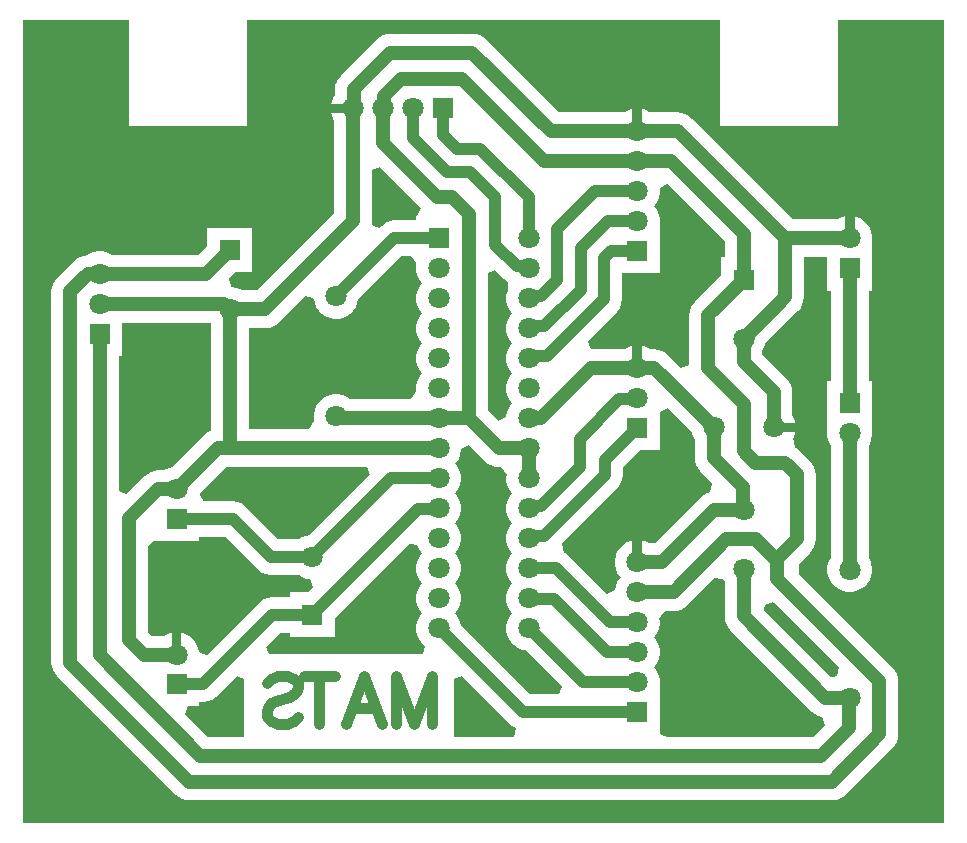
<source format=gbr>
G04*
G04 #@! TF.GenerationSoftware,Altium Limited,Altium Designer,22.5.1 (42)*
G04*
G04 Layer_Physical_Order=2*
G04 Layer_Color=16711680*
%FSLAX25Y25*%
%MOIN*%
G70*
G04*
G04 #@! TF.SameCoordinates,91A7FE34-10BD-4EC3-A0F0-FFE04F3D5F1F*
G04*
G04*
G04 #@! TF.FilePolarity,Positive*
G04*
G01*
G75*
%ADD14C,0.07087*%
%ADD15R,0.07087X0.07087*%
%ADD19R,0.07087X0.07087*%
%ADD20C,0.04724*%
%ADD21C,0.03937*%
%ADD22C,0.03543*%
G36*
X311024Y3937D02*
X3937D01*
Y271654D01*
X39370D01*
Y236221D01*
X78740D01*
Y271654D01*
X236221D01*
Y236221D01*
X275590D01*
Y271654D01*
X311024D01*
Y3937D01*
D02*
G37*
%LPC*%
G36*
X153756Y266920D02*
X126351D01*
X125124Y266799D01*
X123944Y266441D01*
X122856Y265860D01*
X121903Y265078D01*
X109794Y252968D01*
X109012Y252015D01*
X108430Y250927D01*
X108072Y249747D01*
X107952Y248520D01*
Y246514D01*
X107387Y245669D01*
X106823Y244308D01*
X106702Y243701D01*
X114016D01*
Y240551D01*
X106702D01*
X106823Y239944D01*
X107387Y238583D01*
X107726Y238075D01*
Y207172D01*
X82040Y181487D01*
X76885D01*
X76378Y181826D01*
X75017Y182390D01*
X73571Y182677D01*
X73537D01*
X73463Y182717D01*
X73245Y182941D01*
X72736Y185328D01*
X74592Y187441D01*
X80276D01*
Y202323D01*
X65394D01*
Y196336D01*
X62355Y193298D01*
X33507D01*
X33052Y193602D01*
X31698Y194163D01*
X30260Y194449D01*
X28795D01*
X27357Y194163D01*
X26003Y193602D01*
X25288Y193124D01*
X24224Y193020D01*
X23043Y192662D01*
X21956Y192080D01*
X21003Y191298D01*
X15237Y185532D01*
X14455Y184579D01*
X13874Y183492D01*
X13516Y182312D01*
X13395Y181085D01*
Y57386D01*
X13516Y56159D01*
X13874Y54979D01*
X14455Y53891D01*
X15237Y52938D01*
X54906Y13269D01*
X55860Y12487D01*
X56947Y11905D01*
X58127Y11547D01*
X59354Y11426D01*
X273622D01*
X274849Y11547D01*
X276029Y11905D01*
X277117Y12487D01*
X278070Y13269D01*
X293818Y29017D01*
X294600Y29970D01*
X295181Y31057D01*
X295539Y32237D01*
X295660Y33465D01*
Y51181D01*
X295539Y52408D01*
X295181Y53588D01*
X294600Y54676D01*
X293818Y55629D01*
X262506Y86941D01*
Y90224D01*
X266259Y93977D01*
X267041Y94931D01*
X267622Y96018D01*
X267980Y97198D01*
X268101Y98425D01*
Y120079D01*
X267980Y121306D01*
X267622Y122486D01*
X267041Y123573D01*
X266259Y124527D01*
X262322Y128463D01*
X261710Y128966D01*
X261336Y129399D01*
X260751Y132152D01*
X260830Y132541D01*
X261287Y133645D01*
X261408Y134252D01*
X254095D01*
Y137402D01*
X261408D01*
X261287Y138009D01*
X260723Y139370D01*
X260385Y139877D01*
Y147480D01*
X260264Y148707D01*
X259906Y149887D01*
X259325Y150975D01*
X258542Y151928D01*
X250385Y160086D01*
Y161304D01*
X250724Y161811D01*
X251287Y163172D01*
X251406Y163771D01*
X262322Y174686D01*
X263104Y175639D01*
X263685Y176727D01*
X264043Y177907D01*
X264164Y179134D01*
Y192529D01*
X272087D01*
Y181378D01*
X273237D01*
Y151299D01*
X272087D01*
Y136417D01*
X272087D01*
X272087Y133125D01*
X272373Y131688D01*
X272934Y130334D01*
X273237Y129879D01*
Y92318D01*
X272934Y91863D01*
X272373Y90509D01*
X272087Y89071D01*
Y87606D01*
X272373Y86168D01*
X272934Y84814D01*
X273748Y83595D01*
X274784Y82559D01*
X276003Y81744D01*
X277357Y81183D01*
X278795Y80897D01*
X280260D01*
X281698Y81183D01*
X283052Y81744D01*
X284271Y82559D01*
X285307Y83595D01*
X286122Y84814D01*
X286683Y86168D01*
X286969Y87606D01*
Y89071D01*
X286683Y90509D01*
X286122Y91863D01*
X285818Y92318D01*
Y129879D01*
X286122Y130334D01*
X286683Y131688D01*
X286969Y133125D01*
X286969Y136417D01*
X286969D01*
Y151299D01*
X285818D01*
Y181378D01*
X286969D01*
Y196260D01*
X286969D01*
X287008Y198082D01*
X287008Y199556D01*
X286720Y201001D01*
X286157Y202362D01*
X285338Y203587D01*
X284296Y204629D01*
X283071Y205448D01*
X281710Y206012D01*
X281102Y206133D01*
Y198819D01*
X277953D01*
Y206133D01*
X277346Y206012D01*
X275984Y205448D01*
X275477Y205109D01*
X260479D01*
X226574Y239015D01*
X225621Y239797D01*
X224533Y240378D01*
X223353Y240736D01*
X222126Y240857D01*
X212712D01*
X212205Y241196D01*
X210843Y241760D01*
X210236Y241880D01*
Y234567D01*
X207087D01*
Y241880D01*
X206480Y241760D01*
X205118Y241196D01*
X204611Y240857D01*
X182424D01*
X158204Y265078D01*
X157250Y265860D01*
X156163Y266441D01*
X154983Y266799D01*
X153756Y266920D01*
D02*
G37*
%LPD*%
G36*
X136505Y209055D02*
X135363Y206299D01*
X135039D01*
Y204775D01*
X127677D01*
X126146Y204573D01*
X124719Y203982D01*
X123493Y203042D01*
X122749Y202297D01*
X120871Y203061D01*
X120217Y203663D01*
X120306Y204567D01*
Y221653D01*
X122852Y222708D01*
X136505Y209055D01*
D02*
G37*
G36*
X133739Y192612D02*
X135039Y190453D01*
Y188125D01*
X135325Y186688D01*
X135886Y185334D01*
X136701Y184115D01*
X136957Y183858D01*
X136701Y183602D01*
X135886Y182383D01*
X135325Y181029D01*
X135039Y179591D01*
Y178125D01*
X135325Y176688D01*
X135886Y175334D01*
X136701Y174115D01*
X136957Y173858D01*
X136701Y173602D01*
X135886Y172383D01*
X135325Y171029D01*
X135039Y169591D01*
Y168125D01*
X135325Y166688D01*
X135886Y165334D01*
X136701Y164115D01*
X136957Y163858D01*
X136701Y163602D01*
X135886Y162383D01*
X135325Y161029D01*
X135039Y159591D01*
Y158125D01*
X135325Y156688D01*
X135886Y155334D01*
X136701Y154115D01*
X136957Y153858D01*
X136701Y153602D01*
X135886Y152383D01*
X135325Y151029D01*
X135039Y149591D01*
Y148125D01*
X135083Y147904D01*
X133524Y145505D01*
X132980Y145148D01*
X113091D01*
X113011Y145229D01*
X111792Y146043D01*
X110438Y146604D01*
X109001Y146890D01*
X107535D01*
X106097Y146604D01*
X104743Y146043D01*
X103524Y145229D01*
X102488Y144192D01*
X101674Y142973D01*
X101113Y141619D01*
X100827Y140182D01*
Y138716D01*
X100988Y137904D01*
X100055Y136206D01*
X99012Y135148D01*
X79125D01*
Y168907D01*
X84646D01*
X85873Y169027D01*
X87053Y169386D01*
X88140Y169967D01*
X89094Y170749D01*
X98071Y179726D01*
X100520Y178829D01*
X100848Y178607D01*
X101113Y177278D01*
X101674Y175924D01*
X102488Y174706D01*
X103524Y173669D01*
X104743Y172855D01*
X106097Y172294D01*
X107535Y172008D01*
X109001D01*
X110438Y172294D01*
X111792Y172855D01*
X113011Y173669D01*
X114048Y174706D01*
X114862Y175924D01*
X115423Y177278D01*
X115661Y178474D01*
X130128Y192941D01*
X133410D01*
X133739Y192612D01*
D02*
G37*
G36*
X237804Y197744D02*
Y192480D01*
X236653D01*
Y186494D01*
X227836Y177676D01*
X227053Y176723D01*
X226472Y175636D01*
X226114Y174455D01*
X225993Y173228D01*
Y156721D01*
X223237Y155579D01*
X218857Y159960D01*
X217904Y160742D01*
X216817Y161323D01*
X215637Y161681D01*
X214409Y161802D01*
X212948D01*
X212205Y162298D01*
X210843Y162862D01*
X210236Y162983D01*
Y155669D01*
X207087D01*
Y162983D01*
X206480Y162862D01*
X205118Y162298D01*
X204611Y161959D01*
X193480D01*
X193005Y162538D01*
X192258Y164635D01*
X201861Y174238D01*
X202801Y175463D01*
X203392Y176890D01*
X203594Y178421D01*
Y187126D01*
X216102D01*
Y202008D01*
X216102D01*
X216102Y205300D01*
X215816Y206737D01*
X215255Y208091D01*
X214441Y209310D01*
X214184Y209567D01*
X214441Y209824D01*
X215255Y211042D01*
X215816Y212397D01*
X216102Y213834D01*
Y215300D01*
X216090Y215363D01*
X216269Y215732D01*
X218581Y216968D01*
X237804Y197744D01*
D02*
G37*
G36*
X164331Y185277D02*
X165557Y184337D01*
X165474Y181388D01*
X165325Y181029D01*
X165039Y179591D01*
Y178125D01*
X165325Y176688D01*
X165886Y175334D01*
X166701Y174115D01*
X166957Y173858D01*
X166701Y173602D01*
X165886Y172383D01*
X165325Y171029D01*
X165039Y169591D01*
Y168125D01*
X165325Y166688D01*
X165886Y165334D01*
X166701Y164115D01*
X166957Y163858D01*
X166701Y163602D01*
X165886Y162383D01*
X165325Y161029D01*
X165039Y159591D01*
Y158125D01*
X165325Y156688D01*
X165886Y155334D01*
X166701Y154115D01*
X166957Y153858D01*
X166701Y153602D01*
X165886Y152383D01*
X165325Y151029D01*
X165039Y149591D01*
Y148125D01*
X165325Y146688D01*
X165886Y145334D01*
X166701Y144115D01*
X166929Y143886D01*
X166670Y143627D01*
X165851Y142402D01*
X165287Y141040D01*
X165000Y139595D01*
Y139132D01*
X162337Y137897D01*
X158810Y141424D01*
Y187198D01*
X161356Y188252D01*
X164331Y185277D01*
D02*
G37*
G36*
X66545Y134710D02*
X66412Y134670D01*
X65324Y134088D01*
X64371Y133306D01*
X53534Y122469D01*
X52936Y122350D01*
X51575Y121786D01*
X51068Y121448D01*
X48966D01*
X47738Y121327D01*
X46558Y120969D01*
X45471Y120387D01*
X44518Y119605D01*
X38364Y113451D01*
X35818Y114506D01*
Y159567D01*
X36968D01*
Y170718D01*
X66545D01*
Y134710D01*
D02*
G37*
G36*
X119528Y120022D02*
X99419Y99913D01*
X98223Y99675D01*
X96869Y99114D01*
X95855Y98436D01*
X89065D01*
X78003Y109499D01*
X76777Y110439D01*
X75350Y111030D01*
X73819Y111232D01*
X64297D01*
X64031Y111465D01*
X63126Y112656D01*
X62958Y113450D01*
X63838Y114982D01*
X71424Y122568D01*
X118474D01*
X119528Y120022D01*
D02*
G37*
G36*
X226783Y134243D02*
X226902Y133645D01*
X227466Y132283D01*
X227804Y131776D01*
Y125704D01*
X227925Y124477D01*
X228283Y123296D01*
X228864Y122209D01*
X229647Y121256D01*
X233750Y117153D01*
X233358Y115318D01*
X232789Y114216D01*
X231966Y113966D01*
X230878Y113385D01*
X229925Y112602D01*
X214479Y97156D01*
X212712D01*
X212205Y97495D01*
X210843Y98059D01*
X210236Y98180D01*
Y90866D01*
X207087D01*
Y98180D01*
X206480Y98059D01*
X205118Y97495D01*
X203893Y96676D01*
X202851Y95635D01*
X202032Y94409D01*
X201469Y93048D01*
X201181Y91603D01*
Y90129D01*
X201469Y88684D01*
X202032Y87323D01*
X202851Y86098D01*
X203111Y85838D01*
X202882Y85609D01*
X202067Y84391D01*
X201506Y83037D01*
X201220Y81599D01*
Y81478D01*
X198465Y80336D01*
X185759Y93042D01*
X184533Y93982D01*
X184416Y94031D01*
X183636Y97011D01*
X183674Y97186D01*
X202146Y115659D01*
X203087Y116884D01*
X203678Y118311D01*
X203879Y119842D01*
Y122520D01*
X209588Y128228D01*
X216102D01*
Y141026D01*
X218858Y142167D01*
X226783Y134243D01*
D02*
G37*
G36*
X133959Y96836D02*
X135535Y96183D01*
X135886Y95334D01*
X136701Y94115D01*
X136957Y93858D01*
X136701Y93602D01*
X135886Y92383D01*
X135325Y91029D01*
X135039Y89591D01*
Y88125D01*
X135325Y86688D01*
X135886Y85334D01*
X136701Y84115D01*
X136957Y83858D01*
X136701Y83602D01*
X135886Y82383D01*
X135325Y81029D01*
X135039Y79591D01*
Y78125D01*
X135325Y76688D01*
X135886Y75334D01*
X136701Y74115D01*
X136957Y73858D01*
X136701Y73602D01*
X135886Y72383D01*
X135325Y71029D01*
X135039Y69591D01*
Y68125D01*
X135325Y66688D01*
X135886Y65334D01*
X136701Y64115D01*
X137737Y63078D01*
X137930Y62949D01*
X137094Y60194D01*
X85941D01*
X84887Y62740D01*
X89537Y67390D01*
X92953D01*
Y65866D01*
X107835D01*
Y72380D01*
X132454Y96999D01*
X133959Y96836D01*
D02*
G37*
G36*
X82430Y88336D02*
X83656Y87396D01*
X85083Y86804D01*
X86614Y86603D01*
X95855D01*
X96869Y85926D01*
X98223Y85365D01*
X99429Y85125D01*
X100148Y83521D01*
X100451Y82551D01*
X99016Y80748D01*
X92953D01*
Y79224D01*
X87087D01*
X85555Y79022D01*
X84128Y78431D01*
X82903Y77491D01*
X65354Y59942D01*
X63299Y60564D01*
X62547Y61033D01*
X62311Y62221D01*
X61747Y63582D01*
X60928Y64808D01*
X59886Y65850D01*
X58661Y66668D01*
X57300Y67232D01*
X56693Y67353D01*
Y60039D01*
X53543D01*
Y67353D01*
X52936Y67232D01*
X51575Y66668D01*
X51068Y66329D01*
X46897D01*
X45660Y67566D01*
Y96090D01*
X47677Y97874D01*
X62559D01*
Y99398D01*
X71368D01*
X82430Y88336D01*
D02*
G37*
G36*
X275773Y55883D02*
X275167Y52990D01*
X273476Y52508D01*
X273302Y52523D01*
X250997Y74827D01*
X251218Y76541D01*
X254069Y77586D01*
X275773Y55883D01*
D02*
G37*
G36*
X157993Y124450D02*
X158946Y123668D01*
X160034Y123086D01*
X161214Y122728D01*
X162441Y122608D01*
X162996D01*
X163567Y122221D01*
X165091Y119852D01*
X165039Y119591D01*
Y118125D01*
X165325Y116688D01*
X165886Y115334D01*
X166701Y114115D01*
X166957Y113858D01*
X166701Y113602D01*
X165886Y112383D01*
X165325Y111029D01*
X165039Y109591D01*
Y108125D01*
X165325Y106688D01*
X165886Y105334D01*
X166701Y104115D01*
X166957Y103858D01*
X166701Y103602D01*
X165886Y102383D01*
X165325Y101029D01*
X165039Y99591D01*
Y98125D01*
X165325Y96688D01*
X165886Y95334D01*
X166701Y94115D01*
X166957Y93858D01*
X166701Y93602D01*
X165886Y92383D01*
X165325Y91029D01*
X165039Y89591D01*
Y88125D01*
X165325Y86688D01*
X165886Y85334D01*
X166701Y84115D01*
X166957Y83858D01*
X166701Y83602D01*
X165886Y82383D01*
X165325Y81029D01*
X165039Y79591D01*
Y78125D01*
X165325Y76688D01*
X165886Y75334D01*
X166701Y74115D01*
X166957Y73858D01*
X166701Y73602D01*
X165886Y72383D01*
X165325Y71029D01*
X165039Y69591D01*
Y68125D01*
X165325Y66688D01*
X165886Y65334D01*
X166701Y64115D01*
X167737Y63078D01*
X168956Y62264D01*
X170310Y61703D01*
X171506Y61465D01*
X183642Y49329D01*
X182587Y46783D01*
X172923D01*
X149873Y69833D01*
X149635Y71029D01*
X149074Y72383D01*
X148260Y73602D01*
X148003Y73858D01*
X148260Y74115D01*
X149074Y75334D01*
X149635Y76688D01*
X149921Y78125D01*
Y79591D01*
X149635Y81029D01*
X149074Y82383D01*
X148260Y83602D01*
X148003Y83858D01*
X148260Y84115D01*
X149074Y85334D01*
X149635Y86688D01*
X149921Y88125D01*
Y89591D01*
X149635Y91029D01*
X149074Y92383D01*
X148260Y93602D01*
X148003Y93858D01*
X148260Y94115D01*
X149074Y95334D01*
X149635Y96688D01*
X149921Y98125D01*
Y99591D01*
X149635Y101029D01*
X149074Y102383D01*
X148260Y103602D01*
X148003Y103858D01*
X148260Y104115D01*
X149074Y105334D01*
X149635Y106688D01*
X149921Y108125D01*
Y109591D01*
X149635Y111029D01*
X149074Y112383D01*
X148260Y113602D01*
X148003Y113858D01*
X148260Y114115D01*
X149074Y115334D01*
X149635Y116688D01*
X149921Y118125D01*
Y119591D01*
X149635Y121029D01*
X149074Y122383D01*
X148260Y123602D01*
X148031Y123830D01*
X148291Y124090D01*
X149109Y125315D01*
X149673Y126676D01*
X149961Y128121D01*
Y128585D01*
X152624Y129819D01*
X157993Y124450D01*
D02*
G37*
G36*
X237368Y85078D02*
X237628Y84867D01*
X237804Y84603D01*
Y78740D01*
X237804Y78740D01*
Y72835D01*
X237925Y71608D01*
X238283Y70428D01*
X238864Y69340D01*
X239647Y68387D01*
X266962Y41072D01*
X267915Y40290D01*
X269002Y39708D01*
X270182Y39350D01*
X270211Y39348D01*
X271287Y36555D01*
X271286Y36525D01*
X267429Y32668D01*
X218545D01*
X216102Y33425D01*
Y48307D01*
X216102D01*
X216102Y51599D01*
X215816Y53036D01*
X215255Y54391D01*
X214441Y55609D01*
X214184Y55866D01*
X214441Y56123D01*
X215255Y57341D01*
X215816Y58696D01*
X216102Y60133D01*
Y61599D01*
X215816Y63037D01*
X215255Y64391D01*
X214441Y65609D01*
X214184Y65866D01*
X214441Y66123D01*
X215255Y67342D01*
X215816Y68696D01*
X216102Y70133D01*
Y71599D01*
X216058Y71820D01*
X217618Y74219D01*
X218162Y74576D01*
X220834D01*
X222062Y74697D01*
X223242Y75055D01*
X224329Y75636D01*
X225282Y76418D01*
X234393Y85529D01*
X237368Y85078D01*
D02*
G37*
G36*
X166289Y36682D02*
X167514Y35742D01*
X168282Y35424D01*
X167734Y32668D01*
X147598D01*
Y51772D01*
X150145Y52826D01*
X166289Y36682D01*
D02*
G37*
G36*
X77685Y51937D02*
Y32668D01*
X65547D01*
X58006Y40210D01*
X59060Y42756D01*
X62559D01*
Y44280D01*
X63976D01*
X65508Y44482D01*
X66935Y45073D01*
X68160Y46013D01*
X75139Y52992D01*
X77685Y51937D01*
D02*
G37*
D14*
X55118Y115157D02*
D03*
X114016Y242126D02*
D03*
X124016D02*
D03*
X134016D02*
D03*
X279528Y88339D02*
D03*
Y45520D02*
D03*
Y198819D02*
D03*
Y133858D02*
D03*
X208661Y50866D02*
D03*
Y60866D02*
D03*
Y70866D02*
D03*
Y80866D02*
D03*
Y90866D02*
D03*
X55118Y60039D02*
D03*
X108268Y139449D02*
D03*
Y179449D02*
D03*
X142480Y188858D02*
D03*
Y178858D02*
D03*
Y168858D02*
D03*
Y158858D02*
D03*
Y148858D02*
D03*
Y138858D02*
D03*
Y128858D02*
D03*
Y118858D02*
D03*
Y108858D02*
D03*
Y98858D02*
D03*
Y88858D02*
D03*
Y78858D02*
D03*
Y68858D02*
D03*
X172480Y198858D02*
D03*
Y188858D02*
D03*
Y178858D02*
D03*
Y168858D02*
D03*
Y158858D02*
D03*
Y148858D02*
D03*
Y138858D02*
D03*
Y128858D02*
D03*
Y118858D02*
D03*
Y108858D02*
D03*
Y98858D02*
D03*
Y88858D02*
D03*
Y78858D02*
D03*
Y68858D02*
D03*
X254095Y135827D02*
D03*
X234095D02*
D03*
X244094Y108268D02*
D03*
Y88583D02*
D03*
X29528Y187008D02*
D03*
Y177008D02*
D03*
X244094Y165354D02*
D03*
X208661Y234567D02*
D03*
Y224567D02*
D03*
Y214567D02*
D03*
Y204567D02*
D03*
X100394Y92520D02*
D03*
X208661Y145669D02*
D03*
Y155669D02*
D03*
X72835Y175197D02*
D03*
D15*
X55118Y105315D02*
D03*
X279528Y188819D02*
D03*
Y143858D02*
D03*
X208661Y40866D02*
D03*
X55118Y50197D02*
D03*
X244094Y185039D02*
D03*
X208661Y194567D02*
D03*
X100394Y73307D02*
D03*
X208661Y135669D02*
D03*
X72835Y194882D02*
D03*
D19*
X144016Y242126D02*
D03*
X142480Y198858D02*
D03*
X29528Y167008D02*
D03*
D20*
X59354Y17717D02*
X273622D01*
X62942Y26378D02*
X270034D01*
X29528Y59792D02*
Y167008D01*
X19685Y57386D02*
X59354Y17717D01*
X19685Y57386D02*
Y181085D01*
X29528Y59792D02*
X62942Y26378D01*
X25451Y186850D02*
X29370D01*
X29528Y187008D01*
X19685Y181085D02*
X25451Y186850D01*
X243982Y108381D02*
Y115817D01*
Y108155D02*
X244094Y108268D01*
X243982Y108381D02*
X244094Y108268D01*
X234373Y108155D02*
X243982D01*
X214409Y155512D02*
X234095Y135827D01*
X255315Y91929D02*
X261811Y98425D01*
X255315Y85236D02*
Y91929D01*
X254667D02*
X255315D01*
X244094Y72835D02*
Y78740D01*
X244094Y78740D02*
Y88583D01*
X244094Y78740D02*
X244094Y78740D01*
X244094Y165354D02*
X257874Y179134D01*
X257874Y198819D02*
X257874D01*
X279528Y143858D02*
Y188819D01*
X257874Y198819D02*
X279528D01*
X257874Y198819D02*
X257874Y198819D01*
X257874Y179134D02*
Y198819D01*
X254095Y135827D02*
Y147480D01*
X244094Y157480D02*
X254095Y147480D01*
X244094Y127953D02*
Y143701D01*
X72835Y175197D02*
X84646D01*
X72835Y128858D02*
Y175197D01*
X72835Y175197D01*
X64961Y187008D02*
X72835Y194882D01*
X72675Y175197D02*
X72835D01*
X70864Y177008D02*
X72675Y175197D01*
X29528Y177008D02*
X70864D01*
X29528Y187008D02*
X64961D01*
X234095Y125704D02*
Y135827D01*
X244094Y127953D02*
X248031Y124016D01*
X257874D01*
X234095Y125704D02*
X243982Y115817D01*
X257874Y124016D02*
X261811Y120079D01*
X279528Y88339D02*
Y133858D01*
X261811Y98425D02*
Y120079D01*
X238394Y98425D02*
X240018D01*
X248171Y98425D02*
X254667Y91929D01*
X240018Y98425D02*
X248171D01*
X240018Y98425D02*
X240018Y98425D01*
X108268Y139449D02*
X108481D01*
X109071Y138858D01*
X108268Y139449D02*
X108268Y139449D01*
X208661Y80866D02*
X220834D01*
X217084Y90866D02*
X234373Y108155D01*
X208661Y90866D02*
X217084D01*
X220834Y80866D02*
X238394Y98425D01*
X55118Y115157D02*
X68819Y128858D01*
X55118Y60039D02*
X55118Y60039D01*
X39370Y64961D02*
X44291Y60039D01*
X55118D01*
X39370Y64961D02*
Y105562D01*
X48966Y115157D01*
X55118D01*
X55118Y115157D01*
X146839Y212598D02*
X152520Y206918D01*
X124016Y230440D02*
X141857Y212598D01*
X146839D01*
X208819Y155512D02*
X214409D01*
X208661Y155669D02*
X208819Y155512D01*
X193211Y155669D02*
X208661D01*
X244094Y157480D02*
Y165354D01*
X232283Y173228D02*
X244094Y185039D01*
X232283Y155512D02*
X244094Y143701D01*
X232283Y155512D02*
Y173228D01*
X172480Y138858D02*
X172638Y139016D01*
X176557D02*
X193211Y155669D01*
X172638Y139016D02*
X176557D01*
X72835Y128858D02*
X72835Y128858D01*
X109071Y138858D02*
X142480D01*
X162441Y128898D02*
X172441D01*
X152520Y138819D02*
X162441Y128898D01*
X72835Y128858D02*
X142480D01*
X68819D02*
X72835D01*
X142480Y138858D02*
X142520Y138819D01*
X152520D01*
X172441Y128898D02*
X172480Y128858D01*
Y118858D02*
Y128858D01*
X255315Y85236D02*
X289370Y51181D01*
X152520Y138819D02*
Y206918D01*
X222126Y234567D02*
X257874Y198819D01*
X84646Y175197D02*
X114016Y204567D01*
Y242991D01*
X271410Y45520D02*
X279528D01*
X244094Y72835D02*
X271410Y45520D01*
X244094Y185039D02*
Y200349D01*
X220034Y224409D02*
X244094Y200349D01*
X289370Y33465D02*
Y51181D01*
X273622Y17717D02*
X289370Y33465D01*
X270034Y26378D02*
X279309Y35652D01*
Y45301D01*
X279528Y45520D01*
X124016Y230440D02*
Y242126D01*
X179819Y234567D02*
X208661D01*
Y224567D02*
X208819Y224409D01*
X220034D01*
X177552Y224567D02*
X208661D01*
Y234567D02*
X222126D01*
X177552Y224567D02*
Y224585D01*
X150168Y251968D02*
X177552Y224585D01*
X114242Y243217D02*
Y248520D01*
X124173Y246203D02*
X129939Y251968D01*
X153756Y260630D02*
X179819Y234567D01*
X124016Y242126D02*
X124173Y242283D01*
Y246203D01*
X129939Y251968D02*
X150168D01*
X126351Y260630D02*
X153756D01*
X114242Y248520D02*
X126351Y260630D01*
X114016Y242991D02*
X114242Y243217D01*
D21*
X197963Y124970D02*
X208661Y135669D01*
X197963Y119842D02*
Y124970D01*
X189559Y132005D02*
X202672Y145118D01*
X189559Y122574D02*
Y132005D01*
X108268Y179449D02*
X127677Y198858D01*
X180816Y78482D02*
X198431Y60866D01*
X181575Y88858D02*
X199567Y70866D01*
X198431Y60866D02*
X208661D01*
X172857Y78482D02*
X180816D01*
X172480Y88858D02*
X181575D01*
X199567Y70866D02*
X208661D01*
X173935Y99461D02*
X177581D01*
X197963Y119842D01*
X176446Y109461D02*
X189559Y122574D01*
X173083Y109461D02*
X176446D01*
X55118Y105315D02*
X73819D01*
X172480Y198858D02*
Y212552D01*
X156292Y228740D02*
X172480Y212552D01*
X153031Y220866D02*
X161303Y212594D01*
X168515Y189461D02*
X171878D01*
X161303Y196672D02*
X168515Y189461D01*
X161303Y196672D02*
Y212594D01*
X127677Y198858D02*
X142480D01*
X198848Y204567D02*
X208661D01*
X194501Y214567D02*
X208661D01*
X181929Y201995D02*
X194501Y214567D01*
X189803Y195522D02*
X198848Y204567D01*
X202672Y145118D02*
X208110D01*
X199983Y194567D02*
X208661D01*
X208110Y145118D02*
X208661Y145669D01*
X197677Y192261D02*
X199983Y194567D01*
X189803Y181683D02*
Y195522D01*
X178717Y159461D02*
X197677Y178421D01*
X177581Y169461D02*
X189803Y181683D01*
X197677Y178421D02*
Y192261D01*
X176446Y179461D02*
X181929Y184944D01*
X171878Y189461D02*
X172480Y188858D01*
X173935Y169461D02*
X177581D01*
X172480Y168858D02*
X173333D01*
X173935Y169461D01*
X172480Y178858D02*
X173083Y179461D01*
X176446D01*
X173935Y159461D02*
X178717D01*
X172480Y158858D02*
X173333D01*
X173935Y159461D01*
X100394Y92520D02*
X126732Y118858D01*
X87087Y73307D02*
X100394D01*
X135568Y108482D01*
X126732Y118858D02*
X142480D01*
X135568Y108482D02*
X142104D01*
X142480Y108858D01*
X86614Y92520D02*
X100394D01*
X100394Y92520D01*
X73819Y105315D02*
X86614Y92520D01*
X172480Y78858D02*
X172857Y78482D01*
X172480Y98858D02*
X173333D01*
X173935Y99461D01*
X172480Y108858D02*
X173083Y109461D01*
X181929Y184944D02*
Y201995D01*
X190472Y50866D02*
X208661D01*
X172480Y68858D02*
X190472Y50866D01*
X142480Y68858D02*
X170473Y40866D01*
X208661D01*
X55118Y50197D02*
X63976D01*
X87087Y73307D01*
X134016Y232132D02*
Y242126D01*
X144016Y233268D02*
X148543Y228740D01*
X144016Y233268D02*
Y242126D01*
X148543Y228740D02*
X156292D01*
X145282Y220866D02*
X153031D01*
X134016Y232132D02*
X145282Y220866D01*
D22*
X140157Y52753D02*
Y37008D01*
Y52753D02*
X134160Y37008D01*
X128162Y52753D02*
X134160Y37008D01*
X128162Y52753D02*
Y37008D01*
X111667D02*
X117665Y52753D01*
X123663Y37008D01*
X121414Y42256D02*
X113916D01*
X102745Y52753D02*
Y37008D01*
X107993Y52753D02*
X97497D01*
X85126Y50503D02*
X86626Y52003D01*
X88875Y52753D01*
X91874D01*
X94123Y52003D01*
X95623Y50503D01*
Y49004D01*
X94873Y47504D01*
X94123Y46755D01*
X92624Y46005D01*
X88125Y44505D01*
X86626Y43756D01*
X85876Y43006D01*
X85126Y41506D01*
Y39257D01*
X86626Y37758D01*
X88875Y37008D01*
X91874D01*
X94123Y37758D01*
X95623Y39257D01*
M02*

</source>
